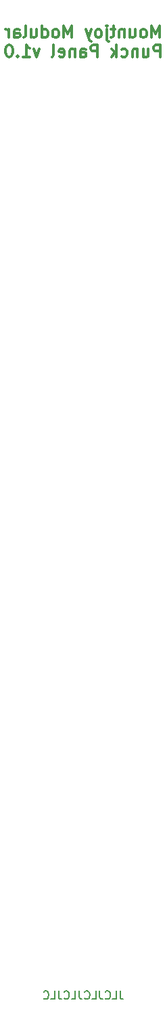
<source format=gbr>
%TF.GenerationSoftware,KiCad,Pcbnew,(6.0.8)*%
%TF.CreationDate,2022-10-20T14:54:25+01:00*%
%TF.ProjectId,Punck_Panel,50756e63-6b5f-4506-916e-656c2e6b6963,rev?*%
%TF.SameCoordinates,Original*%
%TF.FileFunction,Legend,Bot*%
%TF.FilePolarity,Positive*%
%FSLAX46Y46*%
G04 Gerber Fmt 4.6, Leading zero omitted, Abs format (unit mm)*
G04 Created by KiCad (PCBNEW (6.0.8)) date 2022-10-20 14:54:25*
%MOMM*%
%LPD*%
G01*
G04 APERTURE LIST*
%ADD10C,0.300000*%
%ADD11C,0.150000*%
G04 APERTURE END LIST*
D10*
X125171428Y-46071071D02*
X125171428Y-44571071D01*
X124671428Y-45642500D01*
X124171428Y-44571071D01*
X124171428Y-46071071D01*
X123242857Y-46071071D02*
X123385714Y-45999642D01*
X123457142Y-45928214D01*
X123528571Y-45785357D01*
X123528571Y-45356785D01*
X123457142Y-45213928D01*
X123385714Y-45142500D01*
X123242857Y-45071071D01*
X123028571Y-45071071D01*
X122885714Y-45142500D01*
X122814285Y-45213928D01*
X122742857Y-45356785D01*
X122742857Y-45785357D01*
X122814285Y-45928214D01*
X122885714Y-45999642D01*
X123028571Y-46071071D01*
X123242857Y-46071071D01*
X121457142Y-45071071D02*
X121457142Y-46071071D01*
X122100000Y-45071071D02*
X122100000Y-45856785D01*
X122028571Y-45999642D01*
X121885714Y-46071071D01*
X121671428Y-46071071D01*
X121528571Y-45999642D01*
X121457142Y-45928214D01*
X120742857Y-45071071D02*
X120742857Y-46071071D01*
X120742857Y-45213928D02*
X120671428Y-45142500D01*
X120528571Y-45071071D01*
X120314285Y-45071071D01*
X120171428Y-45142500D01*
X120100000Y-45285357D01*
X120100000Y-46071071D01*
X119600000Y-45071071D02*
X119028571Y-45071071D01*
X119385714Y-44571071D02*
X119385714Y-45856785D01*
X119314285Y-45999642D01*
X119171428Y-46071071D01*
X119028571Y-46071071D01*
X118528571Y-45071071D02*
X118528571Y-46356785D01*
X118600000Y-46499642D01*
X118742857Y-46571071D01*
X118814285Y-46571071D01*
X118528571Y-44571071D02*
X118600000Y-44642500D01*
X118528571Y-44713928D01*
X118457142Y-44642500D01*
X118528571Y-44571071D01*
X118528571Y-44713928D01*
X117600000Y-46071071D02*
X117742857Y-45999642D01*
X117814285Y-45928214D01*
X117885714Y-45785357D01*
X117885714Y-45356785D01*
X117814285Y-45213928D01*
X117742857Y-45142500D01*
X117600000Y-45071071D01*
X117385714Y-45071071D01*
X117242857Y-45142500D01*
X117171428Y-45213928D01*
X117100000Y-45356785D01*
X117100000Y-45785357D01*
X117171428Y-45928214D01*
X117242857Y-45999642D01*
X117385714Y-46071071D01*
X117600000Y-46071071D01*
X116600000Y-45071071D02*
X116242857Y-46071071D01*
X115885714Y-45071071D02*
X116242857Y-46071071D01*
X116385714Y-46428214D01*
X116457142Y-46499642D01*
X116600000Y-46571071D01*
X114171428Y-46071071D02*
X114171428Y-44571071D01*
X113671428Y-45642500D01*
X113171428Y-44571071D01*
X113171428Y-46071071D01*
X112242857Y-46071071D02*
X112385714Y-45999642D01*
X112457142Y-45928214D01*
X112528571Y-45785357D01*
X112528571Y-45356785D01*
X112457142Y-45213928D01*
X112385714Y-45142500D01*
X112242857Y-45071071D01*
X112028571Y-45071071D01*
X111885714Y-45142500D01*
X111814285Y-45213928D01*
X111742857Y-45356785D01*
X111742857Y-45785357D01*
X111814285Y-45928214D01*
X111885714Y-45999642D01*
X112028571Y-46071071D01*
X112242857Y-46071071D01*
X110457142Y-46071071D02*
X110457142Y-44571071D01*
X110457142Y-45999642D02*
X110600000Y-46071071D01*
X110885714Y-46071071D01*
X111028571Y-45999642D01*
X111100000Y-45928214D01*
X111171428Y-45785357D01*
X111171428Y-45356785D01*
X111100000Y-45213928D01*
X111028571Y-45142500D01*
X110885714Y-45071071D01*
X110600000Y-45071071D01*
X110457142Y-45142500D01*
X109100000Y-45071071D02*
X109100000Y-46071071D01*
X109742857Y-45071071D02*
X109742857Y-45856785D01*
X109671428Y-45999642D01*
X109528571Y-46071071D01*
X109314285Y-46071071D01*
X109171428Y-45999642D01*
X109100000Y-45928214D01*
X108171428Y-46071071D02*
X108314285Y-45999642D01*
X108385714Y-45856785D01*
X108385714Y-44571071D01*
X106957142Y-46071071D02*
X106957142Y-45285357D01*
X107028571Y-45142500D01*
X107171428Y-45071071D01*
X107457142Y-45071071D01*
X107600000Y-45142500D01*
X106957142Y-45999642D02*
X107100000Y-46071071D01*
X107457142Y-46071071D01*
X107600000Y-45999642D01*
X107671428Y-45856785D01*
X107671428Y-45713928D01*
X107600000Y-45571071D01*
X107457142Y-45499642D01*
X107100000Y-45499642D01*
X106957142Y-45428214D01*
X106242857Y-46071071D02*
X106242857Y-45071071D01*
X106242857Y-45356785D02*
X106171428Y-45213928D01*
X106100000Y-45142500D01*
X105957142Y-45071071D01*
X105814285Y-45071071D01*
X125242857Y-48486071D02*
X125242857Y-46986071D01*
X124671428Y-46986071D01*
X124528571Y-47057500D01*
X124457142Y-47128928D01*
X124385714Y-47271785D01*
X124385714Y-47486071D01*
X124457142Y-47628928D01*
X124528571Y-47700357D01*
X124671428Y-47771785D01*
X125242857Y-47771785D01*
X123100000Y-47486071D02*
X123100000Y-48486071D01*
X123742857Y-47486071D02*
X123742857Y-48271785D01*
X123671428Y-48414642D01*
X123528571Y-48486071D01*
X123314285Y-48486071D01*
X123171428Y-48414642D01*
X123100000Y-48343214D01*
X122385714Y-47486071D02*
X122385714Y-48486071D01*
X122385714Y-47628928D02*
X122314285Y-47557500D01*
X122171428Y-47486071D01*
X121957142Y-47486071D01*
X121814285Y-47557500D01*
X121742857Y-47700357D01*
X121742857Y-48486071D01*
X120385714Y-48414642D02*
X120528571Y-48486071D01*
X120814285Y-48486071D01*
X120957142Y-48414642D01*
X121028571Y-48343214D01*
X121100000Y-48200357D01*
X121100000Y-47771785D01*
X121028571Y-47628928D01*
X120957142Y-47557500D01*
X120814285Y-47486071D01*
X120528571Y-47486071D01*
X120385714Y-47557500D01*
X119742857Y-48486071D02*
X119742857Y-46986071D01*
X119600000Y-47914642D02*
X119171428Y-48486071D01*
X119171428Y-47486071D02*
X119742857Y-48057500D01*
X117385714Y-48486071D02*
X117385714Y-46986071D01*
X116814285Y-46986071D01*
X116671428Y-47057500D01*
X116600000Y-47128928D01*
X116528571Y-47271785D01*
X116528571Y-47486071D01*
X116600000Y-47628928D01*
X116671428Y-47700357D01*
X116814285Y-47771785D01*
X117385714Y-47771785D01*
X115242857Y-48486071D02*
X115242857Y-47700357D01*
X115314285Y-47557500D01*
X115457142Y-47486071D01*
X115742857Y-47486071D01*
X115885714Y-47557500D01*
X115242857Y-48414642D02*
X115385714Y-48486071D01*
X115742857Y-48486071D01*
X115885714Y-48414642D01*
X115957142Y-48271785D01*
X115957142Y-48128928D01*
X115885714Y-47986071D01*
X115742857Y-47914642D01*
X115385714Y-47914642D01*
X115242857Y-47843214D01*
X114528571Y-47486071D02*
X114528571Y-48486071D01*
X114528571Y-47628928D02*
X114457142Y-47557500D01*
X114314285Y-47486071D01*
X114100000Y-47486071D01*
X113957142Y-47557500D01*
X113885714Y-47700357D01*
X113885714Y-48486071D01*
X112600000Y-48414642D02*
X112742857Y-48486071D01*
X113028571Y-48486071D01*
X113171428Y-48414642D01*
X113242857Y-48271785D01*
X113242857Y-47700357D01*
X113171428Y-47557500D01*
X113028571Y-47486071D01*
X112742857Y-47486071D01*
X112600000Y-47557500D01*
X112528571Y-47700357D01*
X112528571Y-47843214D01*
X113242857Y-47986071D01*
X111671428Y-48486071D02*
X111814285Y-48414642D01*
X111885714Y-48271785D01*
X111885714Y-46986071D01*
X110100000Y-47486071D02*
X109742857Y-48486071D01*
X109385714Y-47486071D01*
X108028571Y-48486071D02*
X108885714Y-48486071D01*
X108457142Y-48486071D02*
X108457142Y-46986071D01*
X108600000Y-47200357D01*
X108742857Y-47343214D01*
X108885714Y-47414642D01*
X107385714Y-48343214D02*
X107314285Y-48414642D01*
X107385714Y-48486071D01*
X107457142Y-48414642D01*
X107385714Y-48343214D01*
X107385714Y-48486071D01*
X106385714Y-46986071D02*
X106242857Y-46986071D01*
X106100000Y-47057500D01*
X106028571Y-47128928D01*
X105957142Y-47271785D01*
X105885714Y-47557500D01*
X105885714Y-47914642D01*
X105957142Y-48200357D01*
X106028571Y-48343214D01*
X106100000Y-48414642D01*
X106242857Y-48486071D01*
X106385714Y-48486071D01*
X106528571Y-48414642D01*
X106600000Y-48343214D01*
X106671428Y-48200357D01*
X106742857Y-47914642D01*
X106742857Y-47557500D01*
X106671428Y-47271785D01*
X106600000Y-47128928D01*
X106528571Y-47057500D01*
X106385714Y-46986071D01*
D11*
X120219047Y-164952380D02*
X120219047Y-165666666D01*
X120266666Y-165809523D01*
X120361904Y-165904761D01*
X120504761Y-165952380D01*
X120600000Y-165952380D01*
X119266666Y-165952380D02*
X119742857Y-165952380D01*
X119742857Y-164952380D01*
X118361904Y-165857142D02*
X118409523Y-165904761D01*
X118552380Y-165952380D01*
X118647619Y-165952380D01*
X118790476Y-165904761D01*
X118885714Y-165809523D01*
X118933333Y-165714285D01*
X118980952Y-165523809D01*
X118980952Y-165380952D01*
X118933333Y-165190476D01*
X118885714Y-165095238D01*
X118790476Y-165000000D01*
X118647619Y-164952380D01*
X118552380Y-164952380D01*
X118409523Y-165000000D01*
X118361904Y-165047619D01*
X117647619Y-164952380D02*
X117647619Y-165666666D01*
X117695238Y-165809523D01*
X117790476Y-165904761D01*
X117933333Y-165952380D01*
X118028571Y-165952380D01*
X116695238Y-165952380D02*
X117171428Y-165952380D01*
X117171428Y-164952380D01*
X115790476Y-165857142D02*
X115838095Y-165904761D01*
X115980952Y-165952380D01*
X116076190Y-165952380D01*
X116219047Y-165904761D01*
X116314285Y-165809523D01*
X116361904Y-165714285D01*
X116409523Y-165523809D01*
X116409523Y-165380952D01*
X116361904Y-165190476D01*
X116314285Y-165095238D01*
X116219047Y-165000000D01*
X116076190Y-164952380D01*
X115980952Y-164952380D01*
X115838095Y-165000000D01*
X115790476Y-165047619D01*
X115076190Y-164952380D02*
X115076190Y-165666666D01*
X115123809Y-165809523D01*
X115219047Y-165904761D01*
X115361904Y-165952380D01*
X115457142Y-165952380D01*
X114123809Y-165952380D02*
X114600000Y-165952380D01*
X114600000Y-164952380D01*
X113219047Y-165857142D02*
X113266666Y-165904761D01*
X113409523Y-165952380D01*
X113504761Y-165952380D01*
X113647619Y-165904761D01*
X113742857Y-165809523D01*
X113790476Y-165714285D01*
X113838095Y-165523809D01*
X113838095Y-165380952D01*
X113790476Y-165190476D01*
X113742857Y-165095238D01*
X113647619Y-165000000D01*
X113504761Y-164952380D01*
X113409523Y-164952380D01*
X113266666Y-165000000D01*
X113219047Y-165047619D01*
X112504761Y-164952380D02*
X112504761Y-165666666D01*
X112552380Y-165809523D01*
X112647619Y-165904761D01*
X112790476Y-165952380D01*
X112885714Y-165952380D01*
X111552380Y-165952380D02*
X112028571Y-165952380D01*
X112028571Y-164952380D01*
X110647619Y-165857142D02*
X110695238Y-165904761D01*
X110838095Y-165952380D01*
X110933333Y-165952380D01*
X111076190Y-165904761D01*
X111171428Y-165809523D01*
X111219047Y-165714285D01*
X111266666Y-165523809D01*
X111266666Y-165380952D01*
X111219047Y-165190476D01*
X111171428Y-165095238D01*
X111076190Y-165000000D01*
X110933333Y-164952380D01*
X110838095Y-164952380D01*
X110695238Y-165000000D01*
X110647619Y-165047619D01*
M02*

</source>
